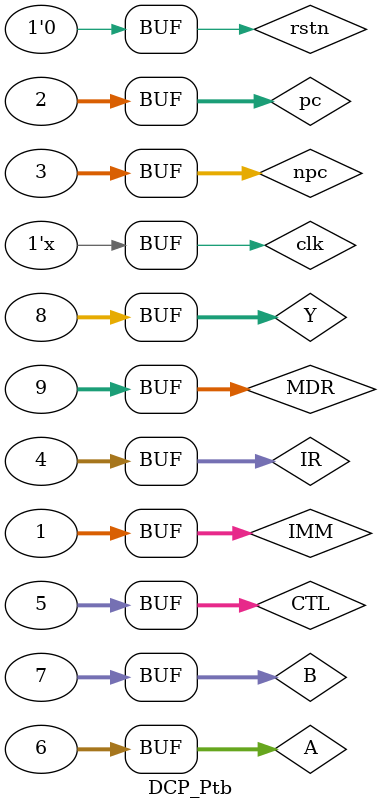
<source format=v>
module DCP_Ptb(

);
    reg clk=0;
    reg rstn;
    wire finish;
    reg [31:0] IMM;
    reg [31:0] pc;
    reg [31:0] npc;
    reg [31:0] IR;
    reg [31:0] CTL;
    reg [31:0] A;
    reg [31:0] B;
    reg [31:0] Y;
    reg [31:0] MDR;
    DCP_P DCP_PTB(
        .clk(clk),
        .rstn(rstn),
        .sel_mode(8'h50),
        .CMD_P(8'h50),
        .finish_P(finish),
        .IMM(IMM),
        .pc(pc),
        .npc(npc),
        .IR(IR),
        .CTL(CTL),
        .A(A),
        .B(B),
        .Y(Y),
        .MDR(MDR),
        .ack_tx(ack_tx),
        .req_tx_P(req_tx_P),
        .type_tx_P(type_tx_P),
        .dout_P(dout_P)
    );
initial begin
        rstn =1;
        IMM=32'h00000001;
        pc=32'h00000002;
        npc=32'h00000003;
        IR=32'h00000004;
        CTL=32'h00000005;
        A=32'h00000006;
        B=32'h00000007;
        Y=32'h00000008;
        MDR=32'h00000009;

        #2 rstn =0;


    end
always@(*)
begin
    #1 clk = ~clk;
end
    
endmodule
</source>
